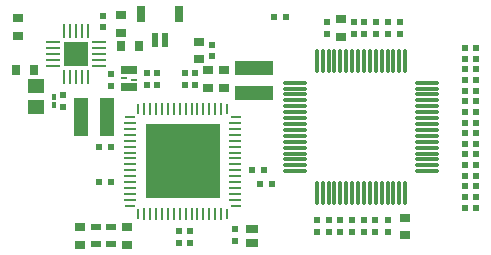
<source format=gtp>
G04 Layer_Color=8421504*
%FSLAX43Y43*%
%MOMM*%
G71*
G01*
G75*
%ADD10R,1.000X0.800*%
%ADD11R,0.500X1.300*%
%ADD12R,0.800X1.400*%
%ADD13R,0.600X0.500*%
%ADD14R,0.900X0.700*%
%ADD15R,0.850X0.600*%
%ADD16R,1.150X3.300*%
%ADD17R,1.400X1.200*%
%ADD18R,0.700X0.900*%
%ADD19R,0.500X0.600*%
%ADD20R,0.500X0.200*%
%ADD21R,1.400X0.750*%
%ADD22R,3.300X1.150*%
%ADD23R,0.900X0.800*%
%ADD24R,0.300X0.500*%
%ADD25R,0.280X1.300*%
%ADD26R,1.300X0.280*%
%ADD27R,2.050X2.050*%
%ADD28R,6.300X6.300*%
%ADD29O,0.200X0.950*%
%ADD30O,0.200X1.050*%
%ADD31O,0.950X0.200*%
%ADD32O,1.050X0.200*%
%ADD33O,0.300X2.100*%
%ADD34O,2.100X0.300*%
D10*
X21400Y1380D02*
D03*
Y2589D02*
D03*
D11*
X13200Y18550D02*
D03*
X14000D02*
D03*
D12*
X15200Y20800D02*
D03*
X12000D02*
D03*
D13*
X23300Y20500D02*
D03*
X24300D02*
D03*
X23061Y6379D02*
D03*
X22061D02*
D03*
X22400Y7557D02*
D03*
X21400D02*
D03*
X8432Y6557D02*
D03*
X9432D02*
D03*
X8432Y9557D02*
D03*
X9432D02*
D03*
X39400Y17900D02*
D03*
X40400D02*
D03*
X39400Y17000D02*
D03*
X40400D02*
D03*
X39400Y16100D02*
D03*
X40400D02*
D03*
X39400Y15187D02*
D03*
X40400D02*
D03*
X39400Y14304D02*
D03*
X40400D02*
D03*
X39400Y13400D02*
D03*
X40400D02*
D03*
X39400Y12512D02*
D03*
X40400D02*
D03*
X39400Y11600D02*
D03*
X40400D02*
D03*
X39400Y10700D02*
D03*
X40400D02*
D03*
X39400Y9800D02*
D03*
X40400D02*
D03*
X39400Y8897D02*
D03*
X40400D02*
D03*
X39400Y8000D02*
D03*
X40400D02*
D03*
X39400Y7100D02*
D03*
X40400D02*
D03*
X39400Y6200D02*
D03*
X40400D02*
D03*
X39400Y5300D02*
D03*
X40400D02*
D03*
X39400Y4400D02*
D03*
X40400D02*
D03*
D14*
X16900Y16950D02*
D03*
Y18450D02*
D03*
X19000Y14507D02*
D03*
Y16007D02*
D03*
X10800Y2750D02*
D03*
Y1250D02*
D03*
X6850Y2768D02*
D03*
Y1268D02*
D03*
X17700Y16007D02*
D03*
Y14507D02*
D03*
X1612Y20450D02*
D03*
Y18950D02*
D03*
X10353Y19200D02*
D03*
Y20700D02*
D03*
X28900Y18850D02*
D03*
Y20350D02*
D03*
D15*
X9446Y1275D02*
D03*
Y2725D02*
D03*
X8200Y1275D02*
D03*
Y2725D02*
D03*
D16*
X9110Y12057D02*
D03*
X6960D02*
D03*
D17*
X3100Y12900D02*
D03*
Y14700D02*
D03*
D18*
X10350Y18100D02*
D03*
X11850D02*
D03*
X1410Y16060D02*
D03*
X2910D02*
D03*
D19*
X9500Y14700D02*
D03*
Y15700D02*
D03*
X5400Y12900D02*
D03*
Y13900D02*
D03*
X31800Y2326D02*
D03*
Y3326D02*
D03*
X16167Y1383D02*
D03*
Y2383D02*
D03*
X19945Y1590D02*
D03*
Y2590D02*
D03*
X13381Y15800D02*
D03*
Y14800D02*
D03*
X15250Y1383D02*
D03*
Y2383D02*
D03*
X17976Y18200D02*
D03*
Y17200D02*
D03*
X12500Y15800D02*
D03*
Y14800D02*
D03*
X15700Y15800D02*
D03*
Y14800D02*
D03*
X16600Y15800D02*
D03*
Y14800D02*
D03*
X32884Y2326D02*
D03*
Y3326D02*
D03*
X28884Y2326D02*
D03*
Y3326D02*
D03*
X30884Y2326D02*
D03*
Y3326D02*
D03*
X29884Y2326D02*
D03*
Y3326D02*
D03*
X30884Y20100D02*
D03*
Y19100D02*
D03*
X31884Y20100D02*
D03*
Y19100D02*
D03*
X30000Y20100D02*
D03*
Y19100D02*
D03*
X33900Y20100D02*
D03*
Y19100D02*
D03*
X32900Y20100D02*
D03*
Y19100D02*
D03*
X26884Y2326D02*
D03*
Y3326D02*
D03*
X27884Y2326D02*
D03*
Y3326D02*
D03*
X27790Y20100D02*
D03*
Y19100D02*
D03*
X8800Y20660D02*
D03*
Y19660D02*
D03*
D20*
X11450Y15200D02*
D03*
X10550Y15400D02*
D03*
D21*
X11000Y14575D02*
D03*
Y16025D02*
D03*
D22*
X21600Y16237D02*
D03*
Y14087D02*
D03*
D23*
X34384Y3500D02*
D03*
Y2100D02*
D03*
D24*
X4620Y13750D02*
D03*
Y13050D02*
D03*
D25*
X5500Y15450D02*
D03*
X6500D02*
D03*
X6000D02*
D03*
X7000D02*
D03*
X7500D02*
D03*
Y19350D02*
D03*
X6500D02*
D03*
X7000D02*
D03*
X6000D02*
D03*
X5500D02*
D03*
D26*
X4550Y18400D02*
D03*
Y17400D02*
D03*
Y17900D02*
D03*
Y16900D02*
D03*
Y16400D02*
D03*
X8450Y18400D02*
D03*
Y17900D02*
D03*
Y16900D02*
D03*
Y17400D02*
D03*
Y16400D02*
D03*
D27*
X6500Y17400D02*
D03*
D28*
X15533Y8307D02*
D03*
D29*
X11783Y12782D02*
D03*
X19283D02*
D03*
Y3832D02*
D03*
X11783D02*
D03*
D30*
X12283Y12732D02*
D03*
X12783D02*
D03*
X13283D02*
D03*
X13783D02*
D03*
X14283D02*
D03*
X14783D02*
D03*
X15283D02*
D03*
X15783D02*
D03*
X16283D02*
D03*
X16783D02*
D03*
X17283D02*
D03*
X17783D02*
D03*
X18283D02*
D03*
X18783D02*
D03*
Y3882D02*
D03*
X18283D02*
D03*
X17783D02*
D03*
X17283D02*
D03*
X16783D02*
D03*
X16283D02*
D03*
X15783D02*
D03*
X15283D02*
D03*
X14783D02*
D03*
X14283D02*
D03*
X13783D02*
D03*
X13283D02*
D03*
X12783D02*
D03*
X12283D02*
D03*
D31*
X20008Y12057D02*
D03*
Y4557D02*
D03*
X11058D02*
D03*
Y12057D02*
D03*
D32*
X19958Y11557D02*
D03*
Y11057D02*
D03*
Y10557D02*
D03*
Y10057D02*
D03*
Y9557D02*
D03*
Y9057D02*
D03*
Y8557D02*
D03*
Y8057D02*
D03*
Y7557D02*
D03*
Y7057D02*
D03*
Y6557D02*
D03*
Y6057D02*
D03*
Y5557D02*
D03*
Y5057D02*
D03*
X11108D02*
D03*
Y5557D02*
D03*
Y6057D02*
D03*
Y6557D02*
D03*
Y7057D02*
D03*
Y7557D02*
D03*
Y8057D02*
D03*
Y8557D02*
D03*
Y9057D02*
D03*
Y9557D02*
D03*
Y10057D02*
D03*
Y10557D02*
D03*
Y11057D02*
D03*
Y11557D02*
D03*
D33*
X34384Y5624D02*
D03*
X33884D02*
D03*
X33384D02*
D03*
X32884D02*
D03*
X32384D02*
D03*
X31884D02*
D03*
X31384D02*
D03*
X30884D02*
D03*
X30384D02*
D03*
X29884D02*
D03*
X29384D02*
D03*
X28884D02*
D03*
X28384D02*
D03*
X27884D02*
D03*
X27384D02*
D03*
X26884D02*
D03*
Y16824D02*
D03*
X27384D02*
D03*
X27884D02*
D03*
X28384D02*
D03*
X28884D02*
D03*
X29384D02*
D03*
X29884D02*
D03*
X30384D02*
D03*
X30884D02*
D03*
X31384D02*
D03*
X31884D02*
D03*
X32384D02*
D03*
X32884D02*
D03*
X33384D02*
D03*
X33884D02*
D03*
X34384D02*
D03*
D34*
X25034Y7474D02*
D03*
Y7974D02*
D03*
Y8474D02*
D03*
Y8974D02*
D03*
Y9474D02*
D03*
Y9974D02*
D03*
Y10474D02*
D03*
Y10974D02*
D03*
Y11474D02*
D03*
Y11974D02*
D03*
Y12474D02*
D03*
Y12974D02*
D03*
Y13474D02*
D03*
Y13974D02*
D03*
Y14474D02*
D03*
Y14974D02*
D03*
X36234D02*
D03*
Y14474D02*
D03*
Y13974D02*
D03*
Y13474D02*
D03*
Y12974D02*
D03*
Y12474D02*
D03*
Y11974D02*
D03*
Y11474D02*
D03*
Y10974D02*
D03*
Y10474D02*
D03*
Y9974D02*
D03*
Y9474D02*
D03*
Y8974D02*
D03*
Y8474D02*
D03*
Y7974D02*
D03*
Y7474D02*
D03*
M02*

</source>
